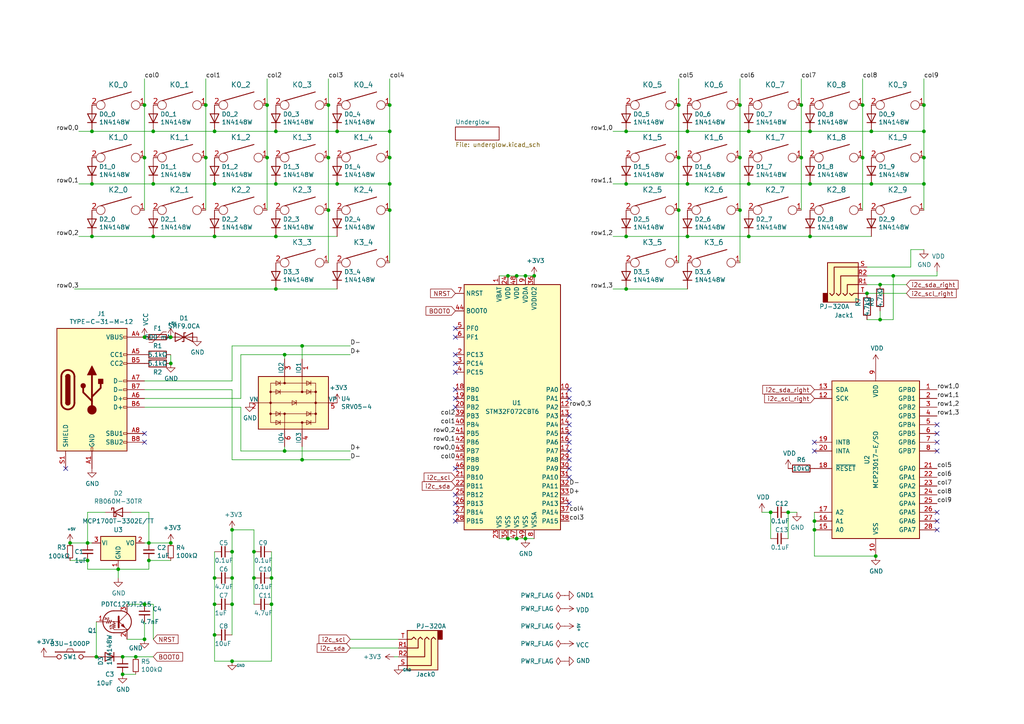
<source format=kicad_sch>
(kicad_sch (version 20230121) (generator eeschema)
  (paper "A4")
  (junction (at 152.4 80.01))
  (junction (at 80.01 83.82))
  (junction (at 41.91 97.79))
  (junction (at 214.63 60.96))
  (junction (at 255.27 82.55))
  (junction (at 232.41 45.72))
  (junction (at 80.01 53.34))
  (junction (at 41.91 185.42))
  (junction (at 147.32 80.01))
  (junction (at 43.18 157.48))
  (junction (at 67.31 153.67))
  (junction (at 27.94 190.5))
  (junction (at 26.67 38.1))
  (junction (at 97.79 38.1))
  (junction (at 73.66 167.64))
  (junction (at 49.53 157.48))
  (junction (at 181.61 53.34))
  (junction (at 87.63 100.33))
  (junction (at 232.41 30.48))
  (junction (at 26.67 68.58))
  (junction (at 20.32 157.48))
  (junction (at 113.03 60.96))
  (junction (at 62.23 68.58))
  (junction (at 234.95 38.1))
  (junction (at 113.03 53.34))
  (junction (at 154.94 80.01))
  (junction (at 62.23 53.34))
  (junction (at 196.85 45.72))
  (junction (at 252.73 53.34))
  (junction (at 73.66 160.02))
  (junction (at 67.31 191.77))
  (junction (at 59.69 45.72))
  (junction (at 149.86 80.01))
  (junction (at 95.25 45.72))
  (junction (at 80.01 68.58))
  (junction (at 259.08 80.01))
  (junction (at 78.74 175.26))
  (junction (at 234.95 53.34))
  (junction (at 214.63 30.48))
  (junction (at 39.37 190.5))
  (junction (at 214.63 45.72))
  (junction (at 78.74 167.64))
  (junction (at 217.17 38.1))
  (junction (at 77.47 30.48))
  (junction (at 250.19 45.72))
  (junction (at 267.97 53.34))
  (junction (at 25.4 162.56))
  (junction (at 43.18 162.56))
  (junction (at 267.97 30.48))
  (junction (at 35.56 195.58))
  (junction (at 199.39 68.58))
  (junction (at 97.79 53.34))
  (junction (at 44.45 68.58))
  (junction (at 254 161.29))
  (junction (at 77.47 45.72))
  (junction (at 26.67 53.34))
  (junction (at 82.55 130.81))
  (junction (at 95.25 60.96))
  (junction (at 113.03 45.72))
  (junction (at 236.22 153.67))
  (junction (at 67.31 175.26))
  (junction (at 35.56 190.5))
  (junction (at 199.39 53.34))
  (junction (at 223.52 148.59))
  (junction (at 44.45 38.1))
  (junction (at 49.53 105.41))
  (junction (at 113.03 38.1))
  (junction (at 59.69 30.48))
  (junction (at 87.63 133.35))
  (junction (at 147.32 156.21))
  (junction (at 113.03 30.48))
  (junction (at 41.91 30.48))
  (junction (at 44.45 53.34))
  (junction (at 251.46 85.09))
  (junction (at 62.23 175.26))
  (junction (at 196.85 60.96))
  (junction (at 34.29 165.1))
  (junction (at 267.97 38.1))
  (junction (at 255.27 92.71))
  (junction (at 49.53 97.79))
  (junction (at 152.4 156.21))
  (junction (at 252.73 38.1))
  (junction (at 250.19 30.48))
  (junction (at 25.4 157.48))
  (junction (at 196.85 30.48))
  (junction (at 67.31 167.64))
  (junction (at 95.25 30.48))
  (junction (at 181.61 83.82))
  (junction (at 217.17 68.58))
  (junction (at 80.01 38.1))
  (junction (at 228.6 148.59))
  (junction (at 62.23 38.1))
  (junction (at 267.97 45.72))
  (junction (at 236.22 151.13))
  (junction (at 199.39 38.1))
  (junction (at 181.61 38.1))
  (junction (at 149.86 156.21))
  (junction (at 41.91 45.72))
  (junction (at 62.23 167.64))
  (junction (at 67.31 160.02))
  (junction (at 181.61 68.58))
  (junction (at 217.17 53.34))
  (junction (at 62.23 184.15))
  (junction (at 234.95 68.58))
  (junction (at 41.91 175.26))
  (junction (at 82.55 102.87))
  (no_connect (at 271.78 148.59))
  (no_connect (at 19.05 135.89))
  (no_connect (at 271.78 130.81))
  (no_connect (at 165.1 115.57))
  (no_connect (at 165.1 128.27))
  (no_connect (at 271.78 123.19))
  (no_connect (at 271.78 151.13))
  (no_connect (at 132.08 143.51))
  (no_connect (at 165.1 146.05))
  (no_connect (at 165.1 130.81))
  (no_connect (at 132.08 151.13))
  (no_connect (at 165.1 123.19))
  (no_connect (at 132.08 118.11))
  (no_connect (at 41.91 128.27))
  (no_connect (at 41.91 125.73))
  (no_connect (at 165.1 135.89))
  (no_connect (at 132.08 105.41))
  (no_connect (at 165.1 138.43))
  (no_connect (at 271.78 128.27))
  (no_connect (at 132.08 107.95))
  (no_connect (at 132.08 115.57))
  (no_connect (at 165.1 125.73))
  (no_connect (at 271.78 125.73))
  (no_connect (at 132.08 135.89))
  (no_connect (at 132.08 148.59))
  (no_connect (at 132.08 102.87))
  (no_connect (at 165.1 133.35))
  (no_connect (at 236.22 128.27))
  (no_connect (at 388.62 93.98))
  (no_connect (at 165.1 120.65))
  (no_connect (at 132.08 95.25))
  (no_connect (at 132.08 97.79))
  (no_connect (at 236.22 130.81))
  (no_connect (at 132.08 146.05))
  (no_connect (at 165.1 113.03))
  (no_connect (at 271.78 153.67))
  (no_connect (at 132.08 113.03))
  (wire (pts (xy 267.97 38.1) (xy 267.97 45.72)))
  (wire (pts (xy 147.32 156.21) (xy 149.86 156.21)))
  (wire (pts (xy 82.55 102.87) (xy 101.6 102.87)))
  (wire (pts (xy 39.37 190.5) (xy 35.56 190.5)))
  (wire (pts (xy 62.23 191.77) (xy 67.31 191.77)))
  (wire (pts (xy 223.52 156.21) (xy 223.52 148.59)))
  (wire (pts (xy 97.79 38.1) (xy 80.01 38.1)))
  (wire (pts (xy 228.6 156.21) (xy 228.6 148.59)))
  (wire (pts (xy 251.46 82.55) (xy 255.27 82.55)))
  (wire (pts (xy 144.78 156.21) (xy 147.32 156.21)))
  (wire (pts (xy 251.46 85.09) (xy 262.89 85.09)))
  (wire (pts (xy 177.8 53.34) (xy 181.61 53.34)))
  (wire (pts (xy 264.16 72.39) (xy 267.97 72.39)))
  (wire (pts (xy 25.4 165.1) (xy 34.29 165.1)))
  (wire (pts (xy 44.45 53.34) (xy 62.23 53.34)))
  (wire (pts (xy 147.32 80.01) (xy 149.86 80.01)))
  (wire (pts (xy 196.85 30.48) (xy 196.85 45.72)))
  (wire (pts (xy 20.32 162.56) (xy 25.4 162.56)))
  (wire (pts (xy 255.27 92.71) (xy 251.46 92.71)))
  (wire (pts (xy 44.45 175.26) (xy 41.91 175.26)))
  (wire (pts (xy 231.14 148.59) (xy 228.6 148.59)))
  (wire (pts (xy 177.8 38.1) (xy 181.61 38.1)))
  (wire (pts (xy 267.97 30.48) (xy 267.97 38.1)))
  (wire (pts (xy 236.22 148.59) (xy 236.22 151.13)))
  (wire (pts (xy 250.19 30.48) (xy 250.19 45.72)))
  (wire (pts (xy 113.03 76.2) (xy 113.03 60.96)))
  (wire (pts (xy 25.4 148.59) (xy 30.48 148.59)))
  (wire (pts (xy 44.45 190.5) (xy 39.37 190.5)))
  (wire (pts (xy 113.03 53.34) (xy 113.03 60.96)))
  (wire (pts (xy 87.63 100.33) (xy 87.63 104.14)))
  (wire (pts (xy 196.85 45.72) (xy 196.85 60.96)))
  (wire (pts (xy 67.31 167.64) (xy 67.31 175.26)))
  (wire (pts (xy 41.91 185.42) (xy 41.91 180.34)))
  (wire (pts (xy 113.03 53.34) (xy 97.79 53.34)))
  (wire (pts (xy 36.83 185.42) (xy 41.91 185.42)))
  (wire (pts (xy 255.27 90.17) (xy 255.27 92.71)))
  (wire (pts (xy 62.23 160.02) (xy 62.23 167.64)))
  (wire (pts (xy 59.69 30.48) (xy 59.69 45.72)))
  (wire (pts (xy 250.19 22.86) (xy 250.19 30.48)))
  (wire (pts (xy 27.94 180.34) (xy 27.94 190.5)))
  (wire (pts (xy 44.45 185.42) (xy 44.45 175.26)))
  (wire (pts (xy 259.08 80.01) (xy 271.78 80.01)))
  (wire (pts (xy 69.85 102.87) (xy 82.55 102.87)))
  (wire (pts (xy 232.41 22.86) (xy 232.41 30.48)))
  (wire (pts (xy 67.31 191.77) (xy 78.74 191.77)))
  (wire (pts (xy 67.31 110.49) (xy 67.31 100.33)))
  (wire (pts (xy 80.01 53.34) (xy 62.23 53.34)))
  (wire (pts (xy 34.29 165.1) (xy 34.29 167.64)))
  (wire (pts (xy 59.69 22.86) (xy 59.69 30.48)))
  (wire (pts (xy 267.97 45.72) (xy 267.97 53.34)))
  (wire (pts (xy 113.03 45.72) (xy 113.03 53.34)))
  (wire (pts (xy 95.25 76.2) (xy 95.25 60.96)))
  (wire (pts (xy 199.39 53.34) (xy 217.17 53.34)))
  (wire (pts (xy 25.4 157.48) (xy 20.32 157.48)))
  (wire (pts (xy 95.25 30.48) (xy 95.25 45.72)))
  (wire (pts (xy 80.01 83.82) (xy 97.79 83.82)))
  (wire (pts (xy 199.39 68.58) (xy 217.17 68.58)))
  (wire (pts (xy 234.95 53.34) (xy 217.17 53.34)))
  (wire (pts (xy 87.63 133.35) (xy 87.63 129.54)))
  (wire (pts (xy 181.61 53.34) (xy 199.39 53.34)))
  (wire (pts (xy 252.73 38.1) (xy 234.95 38.1)))
  (wire (pts (xy 25.4 162.56) (xy 25.4 165.1)))
  (wire (pts (xy 21.59 83.82) (xy 80.01 83.82)))
  (wire (pts (xy 67.31 153.67) (xy 73.66 153.67)))
  (wire (pts (xy 67.31 113.03) (xy 67.31 133.35)))
  (wire (pts (xy 43.18 148.59) (xy 38.1 148.59)))
  (wire (pts (xy 80.01 68.58) (xy 62.23 68.58)))
  (wire (pts (xy 41.91 113.03) (xy 67.31 113.03)))
  (wire (pts (xy 41.91 110.49) (xy 67.31 110.49)))
  (wire (pts (xy 43.18 165.1) (xy 43.18 162.56)))
  (wire (pts (xy 199.39 38.1) (xy 217.17 38.1)))
  (wire (pts (xy 236.22 151.13) (xy 236.22 153.67)))
  (wire (pts (xy 73.66 160.02) (xy 73.66 167.64)))
  (wire (pts (xy 80.01 38.1) (xy 62.23 38.1)))
  (wire (pts (xy 181.61 83.82) (xy 199.39 83.82)))
  (wire (pts (xy 152.4 80.01) (xy 154.94 80.01)))
  (wire (pts (xy 69.85 118.11) (xy 69.85 130.81)))
  (wire (pts (xy 267.97 53.34) (xy 267.97 60.96)))
  (wire (pts (xy 255.27 92.71) (xy 259.08 92.71)))
  (wire (pts (xy 62.23 167.64) (xy 62.23 175.26)))
  (wire (pts (xy 214.63 45.72) (xy 214.63 60.96)))
  (wire (pts (xy 181.61 68.58) (xy 199.39 68.58)))
  (wire (pts (xy 181.61 38.1) (xy 199.39 38.1)))
  (wire (pts (xy 67.31 175.26) (xy 67.31 184.15)))
  (wire (pts (xy 113.03 22.86) (xy 113.03 30.48)))
  (wire (pts (xy 113.03 30.48) (xy 113.03 38.1)))
  (wire (pts (xy 214.63 30.48) (xy 214.63 45.72)))
  (wire (pts (xy 62.23 175.26) (xy 62.23 184.15)))
  (wire (pts (xy 220.98 148.59) (xy 223.52 148.59)))
  (wire (pts (xy 69.85 130.81) (xy 82.55 130.81)))
  (wire (pts (xy 177.8 68.58) (xy 181.61 68.58)))
  (wire (pts (xy 234.95 38.1) (xy 217.17 38.1)))
  (wire (pts (xy 44.45 68.58) (xy 62.23 68.58)))
  (wire (pts (xy 36.83 175.26) (xy 41.91 175.26)))
  (wire (pts (xy 232.41 45.72) (xy 232.41 60.96)))
  (wire (pts (xy 267.97 53.34) (xy 252.73 53.34)))
  (wire (pts (xy 97.79 68.58) (xy 80.01 68.58)))
  (wire (pts (xy 214.63 22.86) (xy 214.63 30.48)))
  (wire (pts (xy 77.47 22.86) (xy 77.47 30.48)))
  (wire (pts (xy 77.47 45.72) (xy 77.47 60.96)))
  (wire (pts (xy 78.74 191.77) (xy 78.74 175.26)))
  (wire (pts (xy 26.67 53.34) (xy 44.45 53.34)))
  (wire (pts (xy 196.85 76.2) (xy 196.85 60.96)))
  (wire (pts (xy 69.85 115.57) (xy 69.85 102.87)))
  (wire (pts (xy 67.31 160.02) (xy 67.31 153.67)))
  (wire (pts (xy 41.91 115.57) (xy 69.85 115.57)))
  (wire (pts (xy 97.79 38.1) (xy 113.03 38.1)))
  (wire (pts (xy 25.4 157.48) (xy 25.4 148.59)))
  (wire (pts (xy 49.53 102.87) (xy 49.53 105.41)))
  (wire (pts (xy 22.86 68.58) (xy 26.67 68.58)))
  (wire (pts (xy 67.31 100.33) (xy 87.63 100.33)))
  (wire (pts (xy 22.86 53.34) (xy 26.67 53.34)))
  (wire (pts (xy 95.25 45.72) (xy 95.25 60.96)))
  (wire (pts (xy 259.08 92.71) (xy 259.08 80.01)))
  (wire (pts (xy 34.29 165.1) (xy 43.18 165.1)))
  (wire (pts (xy 59.69 45.72) (xy 59.69 60.96)))
  (wire (pts (xy 144.78 80.01) (xy 147.32 80.01)))
  (wire (pts (xy 41.91 22.86) (xy 41.91 30.48)))
  (wire (pts (xy 67.31 133.35) (xy 87.63 133.35)))
  (wire (pts (xy 214.63 60.96) (xy 214.63 76.2)))
  (wire (pts (xy 41.91 157.48) (xy 43.18 157.48)))
  (wire (pts (xy 82.55 102.87) (xy 82.55 104.14)))
  (wire (pts (xy 152.4 156.21) (xy 154.94 156.21)))
  (wire (pts (xy 43.18 162.56) (xy 49.53 162.56)))
  (wire (pts (xy 26.67 157.48) (xy 25.4 157.48)))
  (wire (pts (xy 22.86 38.1) (xy 26.67 38.1)))
  (wire (pts (xy 236.22 161.29) (xy 254 161.29)))
  (wire (pts (xy 232.41 30.48) (xy 232.41 45.72)))
  (wire (pts (xy 87.63 133.35) (xy 101.6 133.35)))
  (wire (pts (xy 101.6 187.96) (xy 115.57 187.96)))
  (wire (pts (xy 149.86 156.21) (xy 152.4 156.21)))
  (wire (pts (xy 251.46 77.47) (xy 264.16 77.47)))
  (wire (pts (xy 177.8 83.82) (xy 181.61 83.82)))
  (wire (pts (xy 77.47 30.48) (xy 77.47 45.72)))
  (wire (pts (xy 217.17 68.58) (xy 234.95 68.58)))
  (wire (pts (xy 62.23 184.15) (xy 62.23 191.77)))
  (wire (pts (xy 267.97 22.86) (xy 267.97 30.48)))
  (wire (pts (xy 264.16 77.47) (xy 264.16 72.39)))
  (wire (pts (xy 196.85 22.86) (xy 196.85 30.48)))
  (wire (pts (xy 78.74 175.26) (xy 78.74 167.64)))
  (wire (pts (xy 73.66 167.64) (xy 73.66 175.26)))
  (wire (pts (xy 82.55 130.81) (xy 101.6 130.81)))
  (wire (pts (xy 87.63 100.33) (xy 101.6 100.33)))
  (wire (pts (xy 252.73 38.1) (xy 267.97 38.1)))
  (wire (pts (xy 252.73 53.34) (xy 234.95 53.34)))
  (wire (pts (xy 271.78 80.01) (xy 271.78 78.74)))
  (wire (pts (xy 236.22 153.67) (xy 236.22 161.29)))
  (wire (pts (xy 250.19 45.72) (xy 250.19 60.96)))
  (wire (pts (xy 41.91 45.72) (xy 41.91 60.96)))
  (wire (pts (xy 97.79 53.34) (xy 80.01 53.34)))
  (wire (pts (xy 26.67 38.1) (xy 44.45 38.1)))
  (wire (pts (xy 82.55 130.81) (xy 82.55 129.54)))
  (wire (pts (xy 149.86 80.01) (xy 152.4 80.01)))
  (wire (pts (xy 113.03 38.1) (xy 113.03 45.72)))
  (wire (pts (xy 95.25 22.86) (xy 95.25 30.48)))
  (wire (pts (xy 115.57 190.5) (xy 114.3 190.5)))
  (wire (pts (xy 43.18 157.48) (xy 49.53 157.48)))
  (wire (pts (xy 44.45 38.1) (xy 62.23 38.1)))
  (wire (pts (xy 252.73 68.58) (xy 234.95 68.58)))
  (wire (pts (xy 78.74 167.64) (xy 78.74 160.02)))
  (wire (pts (xy 101.6 185.42) (xy 115.57 185.42)))
  (wire (pts (xy 41.91 118.11) (xy 69.85 118.11)))
  (wire (pts (xy 73.66 153.67) (xy 73.66 160.02)))
  (wire (pts (xy 251.46 80.01) (xy 259.08 80.01)))
  (wire (pts (xy 43.18 157.48) (xy 43.18 148.59)))
  (wire (pts (xy 67.31 160.02) (xy 67.31 167.64)))
  (wire (pts (xy 26.67 68.58) (xy 44.45 68.58)))
  (wire (pts (xy 255.27 82.55) (xy 262.89 82.55)))
  (wire (pts (xy 41.91 30.48) (xy 41.91 45.72)))
  (wire (pts (xy 35.56 195.58) (xy 39.37 195.58)))
  (label "D+" (at 101.6 102.87 0))
  (label "col0" (at 41.91 22.86 0))
  (label "col4" (at 165.1 148.59 0))
  (label "D+" (at 101.6 130.81 0))
  (label "col5" (at 271.78 135.89 0))
  (label "row1,1" (at 177.8 53.34 180))
  (label "col1" (at 59.69 22.86 0))
  (label "col7" (at 232.41 22.86 0))
  (label "row0,3" (at 22.86 83.82 180))
  (label "D+" (at 165.1 143.51 0))
  (label "row1,2" (at 177.8 68.58 180))
  (label "row0,3" (at 165.1 118.11 0))
  (label "D-" (at 165.1 140.97 0))
  (label "col1" (at 132.08 123.19 180))
  (label "col2" (at 77.47 22.86 0))
  (label "row1,1" (at 271.78 115.57 0))
  (label "row0,1" (at 132.08 128.27 180))
  (label "col9" (at 267.97 22.86 0))
  (label "col5" (at 196.85 22.86 0))
  (label "col6" (at 271.78 138.43 0))
  (label "col6" (at 214.63 22.86 0))
  (label "row1,3" (at 177.8 83.82 180))
  (label "row0,0" (at 22.86 38.1 180))
  (label "D-" (at 101.6 133.35 0))
  (label "row1,2" (at 271.78 118.11 0))
  (label "col3" (at 165.1 151.13 0))
  (label "row1,0" (at 271.78 113.03 0))
  (label "row0,2" (at 132.08 125.73 180))
  (label "col2" (at 132.08 120.65 180))
  (label "col8" (at 250.19 22.86 0))
  (label "row0,2" (at 22.86 68.58 180))
  (label "D-" (at 101.6 100.33 0))
  (label "col7" (at 271.78 140.97 0))
  (label "col4" (at 113.03 22.86 0))
  (label "row1,3" (at 271.78 120.65 0))
  (label "col0" (at 132.08 133.35 180))
  (label "col8" (at 271.78 143.51 0))
  (label "row1,0" (at 177.8 38.1 180))
  (label "row0,0" (at 132.08 130.81 180))
  (label "row0,1" (at 22.86 53.34 180))
  (label "col3" (at 95.25 22.86 0))
  (label "col9" (at 271.78 146.05 0))
  (global_label "i2c_sda" (shape input) (at 101.6 187.96 180) (property "Intersheetrefs" "${INTERSHEET_REFS}" (effects hide)))
  (global_label "i2c_scl_right" (shape input) (at 262.89 85.09 0) (property "Intersheetrefs" "${INTERSHEET_REFS}" (effects hide)))
  (global_label "i2c_scl_right" (shape input) (at 236.22 115.57 180) (property "Intersheetrefs" "${INTERSHEET_REFS}" (effects hide)))
  (global_label "NRST" (shape input) (at 132.08 85.09 180) (property "Intersheetrefs" "${INTERSHEET_REFS}" (effects hide)))
  (global_label "i2c_sda_right" (shape input) (at 236.22 113.03 180) (property "Intersheetrefs" "${INTERSHEET_REFS}" (effects hide)))
  (global_label "i2c_scl" (shape input) (at 101.6 185.42 180) (property "Intersheetrefs" "${INTERSHEET_REFS}" (effects hide)))
  (global_label "BOOT0" (shape input) (at 132.08 90.17 180) (property "Intersheetrefs" "${INTERSHEET_REFS}" (effects hide)))
  (global_label "i2c_scl" (shape input) (at 132.08 138.43 180) (property "Intersheetrefs" "${INTERSHEET_REFS}" (effects hide)))
  (global_label "BOOT0" (shape input) (at 44.45 190.5 0) (property "Intersheetrefs" "${INTERSHEET_REFS}" (effects hide)))
  (global_label "NRST" (shape input) (at 44.45 185.42 0) (property "Intersheetrefs" "${INTERSHEET_REFS}" (effects hide)))
  (global_label "i2c_sda" (shape input) (at 132.08 140.97 180) (property "Intersheetrefs" "${INTERSHEET_REFS}" (effects hide)))
  (global_label "i2c_sda_right" (shape input) (at 262.89 82.55 0) (property "Intersheetrefs" "${INTERSHEET_REFS}" (effects hide)))
  (symbol (lib_id "Interface_Expansion:MCP23017_SO") (at 254 133.35 0) (unit 1)
    (property "Reference" "U2" (at 251.46 133.35 90))
    (property "Value" "MCP23017-E/SO" (at 254 133.35 90))
    (property "Footprint" "Package_SO:SOIC-28W_7.5x17.9mm_P1.27mm" (effects hide))
    (property "Datasheet" "http://ww1.microchip.com/downloads/en/DeviceDoc/20001952C.pdf" (effects hide))
    (property "LCSC Part" "C47023" (effects hide))
    (property "Part Name" "I/O Expander" (effects hide))
  )
  (symbol (lib_id "Device:R") (at 45.72 102.87 270) (unit 1)
    (property "Reference" "R1" (at 45.72 100.33 90))
    (property "Value" "5.1kΩ" (at 45.72 102.87 90))
    (property "Footprint" "Resistor_SMD:R_0805_2012Metric_Pad1.15x1.40mm_HandSolder" (effects hide))
    (property "LCSC Part" "C27834" (effects hide))
    (property "Part Name" "Resistor" (effects hide))
  )
  (symbol (lib_id "Device:R") (at 45.72 105.41 270) (unit 1)
    (property "Reference" "R2" (at 45.72 107.95 90))
    (property "Value" "5.1kΩ" (at 45.72 105.41 90))
    (property "Footprint" "Resistor_SMD:R_0805_2012Metric_Pad1.15x1.40mm_HandSolder" (effects hide))
    (property "LCSC Part" "C27834" (effects hide))
    (property "Part Name" "Resistor" (effects hide))
  )
  (symbol (lib_id "Device:C_Small") (at 226.06 148.59 270) (unit 1)
    (property "Reference" "C12" (at 224.79 146.05 90) (effects (justify left)))
    (property "Value" "0.1uF" (at 223.52 151.13 90) (effects (justify left)))
    (property "Footprint" "Capacitor_SMD:C_0805_2012Metric_Pad1.15x1.40mm_HandSolder" (effects hide))
    (property "LCSC Part" "C49678" (effects hide))
    (property "Part Name" "Capacitor" (effects hide))
  )
  (symbol (lib_id "keyboard_parts:KEYSW") (at 34.29 30.48 0) (unit 1)
    (property "Reference" "K0_0" (at 34.29 24.5618 0) (effects (font (size 1.524 1.524))))
    (property "Value" "KEYSW" (effects hide))
    (property "Footprint" "switches:Choc_PG1350_Choc_Spacing" (effects hide))
    (property "DNP" "true" (effects hide))
    (property "JLCPCB BOM" "false" (effects hide))
    (property "Part Name" "Key" (effects hide))
  )
  (symbol (lib_id "Device:D") (at 26.67 34.29 90) (unit 1)
    (property "Reference" "D0_0" (at 28.702 33.1216 90) (effects (justify right)))
    (property "Value" "1N4148W" (at 28.702 35.433 90) (effects (justify right)))
    (property "Footprint" "Diode_SMD:D_SOD-123" (effects hide))
    (property "LCSC Part" "C81598" (effects hide))
    (property "Part Name" "Diode" (effects hide))
  )
  (symbol (lib_id "keyboard_parts:KEYSW") (at 34.29 45.72 0) (unit 1)
    (property "Reference" "K1_0" (at 34.29 39.8018 0) (effects (font (size 1.524 1.524))))
    (property "Value" "KEYSW" (effects hide))
    (property "Footprint" "switches:Choc_PG1350_Choc_Spacing" (effects hide))
    (property "DNP" "true" (effects hide))
    (property "JLCPCB BOM" "false" (effects hide))
    (property "Part Name" "Key" (effects hide))
  )
  (symbol (lib_id "Device:D") (at 26.67 49.53 90) (unit 1)
    (property "Reference" "D1_0" (at 28.702 48.3616 90) (effects (justify right)))
    (property "Value" "1N4148W" (at 28.702 50.673 90) (effects (justify right)))
    (property "Footprint" "Diode_SMD:D_SOD-123" (effects hide))
    (property "LCSC Part" "C81598" (effects hide))
    (property "Part Name" "Diode" (effects hide))
  )
  (symbol (lib_id "Device:D") (at 44.45 34.29 90) (unit 1)
    (property "Reference" "D0_1" (at 46.482 33.1216 90) (effects (justify right)))
    (property "Value" "1N4148W" (at 46.482 35.433 90) (effects (justify right)))
    (property "Footprint" "Diode_SMD:D_SOD-123" (effects hide))
    (property "LCSC Part" "C81598" (effects hide))
    (property "Part Name" "Diode" (effects hide))
  )
  (symbol (lib_id "Device:D") (at 44.45 49.53 90) (unit 1)
    (property "Reference" "D1_1" (at 46.482 48.3616 90) (effects (justify right)))
    (property "Value" "1N4148W" (at 46.482 50.673 90) (effects (justify right)))
    (property "Footprint" "Diode_SMD:D_SOD-123" (effects hide))
    (property "LCSC Part" "C81598" (effects hide))
    (property "Part Name" "Diode" (effects hide))
  )
  (symbol (lib_id "keyboard_parts:KEYSW") (at 52.07 45.72 0) (unit 1)
    (property "Reference" "K1_1" (at 52.07 39.8018 0) (effects (font (size 1.524 1.524))))
    (property "Value" "KEYSW" (effects hide))
    (property "Footprint" "switches:Choc_PG1350_Choc_Spacing" (effects hide))
    (property "DNP" "true" (effects hide))
    (property "JLCPCB BOM" "false" (effects hide))
    (property "Part Name" "Key" (effects hide))
  )
  (symbol (lib_id "keyboard_parts:KEYSW") (at 69.85 30.48 0) (unit 1)
    (property "Reference" "K0_2" (at 69.85 24.5618 0) (effects (font (size 1.524 1.524))))
    (property "Value" "KEYSW" (effects hide))
    (property "Footprint" "switches:Choc_PG1350_Choc_Spacing" (effects hide))
    (property "DNP" "true" (effects hide))
    (property "JLCPCB BOM" "false" (effects hide))
    (property "Part Name" "Key" (effects hide))
  )
  (symbol (lib_id "Device:D") (at 62.23 34.29 90) (unit 1)
    (property "Reference" "D0_2" (at 64.262 33.1216 90) (effects (justify right)))
    (property "Value" "1N4148W" (at 64.262 35.433 90) (effects (justify right)))
    (property "Footprint" "Diode_SMD:D_SOD-123" (effects hide))
    (property "LCSC Part" "C81598" (effects hide))
    (property "Part Name" "Diode" (effects hide))
  )
  (symbol (lib_id "keyboard_parts:KEYSW") (at 52.07 30.48 0) (unit 1)
    (property "Reference" "K0_1" (at 52.07 24.5618 0) (effects (font (size 1.524 1.524))))
    (property "Value" "KEYSW" (effects hide))
    (property "Footprint" "switches:Choc_PG1350_Choc_Spacing" (effects hide))
    (property "DNP" "true" (effects hide))
    (property "JLCPCB BOM" "false" (effects hide))
    (property "Part Name" "Key" (effects hide))
  )
  (symbol (lib_id "keyboard_parts:KEYSW") (at 69.85 45.72 0) (unit 1)
    (property "Reference" "K1_2" (at 69.85 39.8018 0) (effects (font (size 1.524 1.524))))
    (property "Value" "KEYSW" (effects hide))
    (property "Footprint" "switches:Choc_PG1350_Choc_Spacing" (effects hide))
    (property "DNP" "true" (effects hide))
    (property "JLCPCB BOM" "false" (effects hide))
    (property "Part Name" "Key" (effects hide))
  )
  (symbol (lib_id "Device:D") (at 62.23 49.53 90) (unit 1)
    (property "Reference" "D1_2" (at 64.262 48.3616 90) (effects (justify right)))
    (property "Value" "1N4148W" (at 64.262 50.673 90) (effects (justify right)))
    (property "Footprint" "Diode_SMD:D_SOD-123" (effects hide))
    (property "LCSC Part" "C81598" (effects hide))
    (property "Part Name" "Diode" (effects hide))
  )
  (symbol (lib_id "keyboard_parts:KEYSW") (at 34.29 60.96 0) (unit 1)
    (property "Reference" "K2_0" (at 34.29 55.0418 0) (effects (font (size 1.524 1.524))))
    (property "Value" "KEYSW" (effects hide))
    (property "Footprint" "switches:Choc_PG1350_Choc_Spacing" (effects hide))
    (property "DNP" "true" (effects hide))
    (property "JLCPCB BOM" "false" (effects hide))
    (property "Part Name" "Key" (effects hide))
  )
  (symbol (lib_id "Device:D") (at 26.67 64.77 90) (unit 1)
    (property "Reference" "D2_0" (at 28.702 63.6016 90) (effects (justify right)))
    (property "Value" "1N4148W" (at 28.702 65.913 90) (effects (justify right)))
    (property "Footprint" "Diode_SMD:D_SOD-123" (effects hide))
    (property "LCSC Part" "C81598" (effects hide))
    (property "Part Name" "Diode" (effects hide))
  )
  (symbol (lib_id "keyboard_parts:KEYSW") (at 52.07 60.96 0) (unit 1)
    (property "Reference" "K2_1" (at 52.07 55.0418 0) (effects (font (size 1.524 1.524))))
    (property "Value" "KEYSW" (effects hide))
    (property "Footprint" "switches:Choc_PG1350_Choc_Spacing" (effects hide))
    (property "DNP" "true" (effects hide))
    (property "JLCPCB BOM" "false" (effects hide))
    (property "Part Name" "Key" (effects hide))
  )
  (symbol (lib_id "keyboard_parts:KEYSW") (at 69.85 60.96 0) (unit 1)
    (property "Reference" "K2_2" (at 69.85 55.0418 0) (effects (font (size 1.524 1.524))))
    (property "Value" "KEYSW" (effects hide))
    (property "Footprint" "switches:Choc_PG1350_Choc_Spacing" (effects hide))
    (property "DNP" "true" (effects hide))
    (property "JLCPCB BOM" "false" (effects hide))
    (property "Part Name" "Key" (effects hide))
  )
  (symbol (lib_id "Device:D") (at 44.45 64.77 90) (unit 1)
    (property "Reference" "D2_1" (at 46.482 63.6016 90) (effects (justify right)))
    (property "Value" "1N4148W" (at 46.482 65.913 90) (effects (justify right)))
    (property "Footprint" "Diode_SMD:D_SOD-123" (effects hide))
    (property "LCSC Part" "C81598" (effects hide))
    (property "Part Name" "Diode" (effects hide))
  )
  (symbol (lib_id "Device:D") (at 62.23 64.77 90) (unit 1)
    (property "Reference" "D2_2" (at 64.262 63.6016 90) (effects (justify right)))
    (property "Value" "1N4148W" (at 64.262 65.913 90) (effects (justify right)))
    (property "Footprint" "Diode_SMD:D_SOD-123" (effects hide))
    (property "LCSC Part" "C81598" (effects hide))
    (property "Part Name" "Diode" (effects hide))
  )
  (symbol (lib_id "keyboard_parts:KEYSW") (at 87.63 30.48 0) (unit 1)
    (property "Reference" "K0_3" (at 87.63 24.5618 0) (effects (font (size 1.524 1.524))))
    (property "Value" "KEYSW" (effects hide))
    (property "Footprint" "switches:Choc_PG1350_Choc_Spacing" (effects hide))
    (property "DNP" "true" (effects hide))
    (property "JLCPCB BOM" "false" (effects hide))
    (property "Part Name" "Key" (effects hide))
  )
  (symbol (lib_id "keyboard_parts:KEYSW") (at 87.63 45.72 0) (unit 1)
    (property "Reference" "K1_3" (at 87.63 39.8018 0) (effects (font (size 1.524 1.524))))
    (property "Value" "KEYSW" (effects hide))
    (property "Footprint" "switches:Choc_PG1350_Choc_Spacing" (effects hide))
    (property "DNP" "true" (effects hide))
    (property "JLCPCB BOM" "false" (effects hide))
    (property "Part Name" "Key" (effects hide))
  )
  (symbol (lib_id "keyboard_parts:KEYSW") (at 87.63 60.96 0) (unit 1)
    (property "Reference" "K2_3" (at 87.63 55.0418 0) (effects (font (size 1.524 1.524))))
    (property "Value" "KEYSW" (effects hide))
    (property "Footprint" "switches:Choc_PG1350_Choc_Spacing" (effects hide))
    (property "DNP" "true" (effects hide))
    (property "JLCPCB BOM" "false" (effects hide))
    (property "Part Name" "Key" (effects hide))
  )
  (symbol (lib_id "Device:D") (at 80.01 34.29 90) (unit 1)
    (property "Reference" "D0_3" (at 82.042 33.1216 90) (effects (justify right)))
    (property "Value" "1N4148W" (at 82.042 35.433 90) (effects (justify right)))
    (property "Footprint" "Diode_SMD:D_SOD-123" (effects hide))
    (property "LCSC Part" "C81598" (effects hide))
    (property "Part Name" "Diode" (effects hide))
  )
  (symbol (lib_id "Device:D") (at 80.01 49.53 90) (unit 1)
    (property "Reference" "D1_3" (at 82.042 48.3616 90) (effects (justify right)))
    (property "Value" "1N4148W" (at 82.042 50.673 90) (effects (justify right)))
    (property "Footprint" "Diode_SMD:D_SOD-123" (effects hide))
    (property "LCSC Part" "C81598" (effects hide))
    (property "Part Name" "Diode" (effects hide))
  )
  (symbol (lib_id "Device:D") (at 80.01 64.77 90) (unit 1)
    (property "Reference" "D2_3" (at 82.042 63.6016 90) (effects (justify right)))
    (property "Value" "1N4148W" (at 82.042 65.913 90) (effects (justify right)))
    (property "Footprint" "Diode_SMD:D_SOD-123" (effects hide))
    (property "LCSC Part" "C81598" (effects hide))
    (property "Part Name" "Diode" (effects hide))
  )
  (symbol (lib_id "keyboard_parts:KEYSW") (at 105.41 30.48 0) (unit 1)
    (property "Reference" "K0_4" (at 105.41 24.5618 0) (effects (font (size 1.524 1.524))))
    (property "Value" "KEYSW" (effects hide))
    (property "Footprint" "switches:Choc_PG1350_Choc_Spacing" (effects hide))
    (property "DNP" "true" (effects hide))
    (property "JLCPCB BOM" "false" (effects hide))
    (property "Part Name" "Key" (effects hide))
  )
  (symbol (lib_id "Device:D") (at 97.79 34.29 90) (unit 1)
    (property "Reference" "D0_4" (at 99.822 33.1216 90) (effects (justify right)))
    (property "Value" "1N4148W" (at 99.822 35.433 90) (effects (justify right)))
    (property "Footprint" "Diode_SMD:D_SOD-123" (effects hide))
    (property "LCSC Part" "C81598" (effects hide))
    (property "Part Name" "Diode" (effects hide))
  )
  (symbol (lib_id "keyboard_parts:KEYSW") (at 105.41 45.72 0) (unit 1)
    (property "Reference" "K1_4" (at 105.41 39.8018 0) (effects (font (size 1.524 1.524))))
    (property "Value" "KEYSW" (effects hide))
    (property "Footprint" "switches:Choc_PG1350_Choc_Spacing" (effects hide))
    (property "DNP" "true" (effects hide))
    (property "JLCPCB BOM" "false" (effects hide))
    (property "Part Name" "Key" (effects hide))
  )
  (symbol (lib_id "Device:D") (at 97.79 49.53 90) (unit 1)
    (property "Reference" "D1_4" (at 99.822 48.3616 90) (effects (justify right)))
    (property "Value" "1N4148W" (at 99.822 50.673 90) (effects (justify right)))
    (property "Footprint" "Diode_SMD:D_SOD-123" (effects hide))
    (property "LCSC Part" "C81598" (effects hide))
    (property "Part Name" "Diode" (effects hide))
  )
  (symbol (lib_id "keyboard_parts:KEYSW") (at 105.41 60.96 0) (unit 1)
    (property "Reference" "K2_4" (at 105.41 55.0418 0) (effects (font (size 1.524 1.524))))
    (property "Value" "KEYSW" (effects hide))
    (property "Footprint" "switches:Choc_PG1350_Choc_Spacing" (effects hide))
    (property "DNP" "true" (effects hide))
    (property "JLCPCB BOM" "false" (effects hide))
    (property "Part Name" "Key" (effects hide))
  )
  (symbol (lib_id "Device:D") (at 97.79 64.77 90) (unit 1)
    (property "Reference" "D2_4" (at 99.822 63.6016 90) (effects (justify right)))
    (property "Value" "1N4148W" (at 99.822 65.913 90) (effects (justify right)))
    (property "Footprint" "Diode_SMD:D_SOD-123" (effects hide))
    (property "LCSC Part" "C81598" (effects hide))
    (property "Part Name" "Diode" (effects hide))
  )
  (symbol (lib_id "keyboard_parts:KEYSW") (at 87.63 76.2 0) (unit 1)
    (property "Reference" "K3_3" (at 87.63 70.2818 0) (effects (font (size 1.524 1.524))))
    (property "Value" "KEYSW" (effects hide))
    (property "Footprint" "switches:Choc_PG1350_Choc_Spacing" (effects hide))
    (property "DNP" "true" (effects hide))
    (property "JLCPCB BOM" "false" (effects hide))
    (property "Part Name" "Key" (effects hide))
  )
  (symbol (lib_id "keyboard_parts:KEYSW") (at 105.41 76.2 0) (unit 1)
    (property "Reference" "K3_4" (at 105.41 70.2818 0) (effects (font (size 1.524 1.524))))
    (property "Value" "KEYSW" (effects hide))
    (property "Footprint" "switches:Choc_PG1350_Choc_Spacing" (effects hide))
    (property "DNP" "true" (effects hide))
    (property "JLCPCB BOM" "false" (effects hide))
    (property "Part Name" "Key" (effects hide))
  )
  (symbol (lib_id "Device:D") (at 80.01 80.01 90) (unit 1)
    (property "Reference" "D3_3" (at 82.042 78.8416 90) (effects (justify right)))
    (property "Value" "1N4148W" (at 82.042 81.153 90) (effects (justify right)))
    (property "Footprint" "Diode_SMD:D_SOD-123" (effects hide))
    (property "LCSC Part" "C81598" (effects hide))
    (property "Part Name" "Diode" (effects hide))
  )
  (symbol (lib_id "Device:D") (at 97.79 80.01 90) (unit 1)
    (property "Reference" "D3_4" (at 99.822 78.8416 90) (effects (justify right)))
    (property "Value" "1N4148W" (at 99.822 81.153 90) (effects (justify right)))
    (property "Footprint" "Diode_SMD:D_SOD-123" (effects hide))
    (property "LCSC Part" "C81598" (effects hide))
    (property "Part Name" "Diode" (effects hide))
  )
  (symbol (lib_id "Connector:USB_C_Receptacle_USB2.0") (at 26.67 113.03 0) (unit 1)
    (property "Reference" "J1" (at 29.3878 91.0082 0))
    (property "Value" "TYPE-C-31-M-12" (at 29.3878 93.3196 0))
    (property "Footprint" "Connector_USB:USB_C_Receptacle_HRO_TYPE-C-31-M-12" (effects hide))
    (property "Datasheet" "https://www.usb.org/sites/default/files/documents/usb_type-c.zip" (effects hide))
    (property "LCSC Part" "C165948" (effects hide))
    (property "Part Name" "USB C" (effects hide))
  )
  (symbol (lib_id "Device:Polyfuse") (at 45.72 97.79 270) (unit 1)
    (property "Reference" "F1" (at 45.72 95.25 90))
    (property "Value" "500 mA" (at 45.72 97.79 90))
    (property "Footprint" "Fuse:Fuse_1206_3216Metric" (effects hide))
    (property "LCSC Part" "C151162" (effects hide))
    (property "Part Name" "Polyfuse" (effects hide))
  )
  (symbol (lib_id "power:+5V") (at 49.53 97.79 0) (unit 1)
    (property "Reference" "#PWR0102" (effects hide))
    (property "Value" "+5V" (at 49.911 93.7768 0) (effects (font (size 0.762 0.762))))
  )
  (symbol (lib_id "Connector:AudioJack4") (at 246.38 80.01 0) (unit 1)
    (property "Reference" "Jack1" (at 247.65 91.44 0) (effects (justify right)))
    (property "Value" "PJ-320A" (at 246.38 88.9 0) (effects (justify right)))
    (property "Footprint" "kbd:TRRS-PJ-320A" (effects hide))
    (property "LCSC Part" "C12569" (effects hide))
    (property "Part Name" "TRRS Jack" (effects hide))
  )
  (symbol (lib_id "power:GND") (at 115.57 193.04 0) (unit 1)
    (property "Reference" "#PWR0106" (effects hide))
    (property "Value" "GND" (at 116.84 194.31 0) (effects (font (size 0.762 0.762)) (justify left)))
  )
  (symbol (lib_id "power:VCC") (at 41.91 97.79 0) (unit 1)
    (property "Reference" "#PWR0109" (effects hide))
    (property "Value" "VCC" (at 42.291 94.5642 90) (effects (justify left)))
  )
  (symbol (lib_id "MCU_ST_STM32F0:STM32F072CBUx") (at 149.86 118.11 0) (unit 1)
    (property "Reference" "U1" (at 149.86 116.84 0))
    (property "Value" "STM32F072CBT6" (at 148.59 119.38 0))
    (property "Footprint" "breakout_pins:Dual_MCU_QFP_QFN_48_with_breakout_pins" (effects hide))
    (property "Datasheet" "http://www.st.com/st-web-ui/static/active/en/resource/technical/document/datasheet/DM00090510.pdf" (effects hide))
    (property "LCSC Part" "C81720" (effects hide))
    (property "Part Name" "MCU" (effects hide))
  )
  (symbol (lib_id "Power_Protection:SRV05-4") (at 85.09 116.84 270) (unit 1)
    (property "Reference" "U4" (at 98.9076 115.6716 90) (effects (justify left)))
    (property "Value" "SRV05-4" (at 98.9076 117.983 90) (effects (justify left)))
    (property "Footprint" "Package_TO_SOT_SMD:SOT-23-6" (effects hide))
    (property "Datasheet" "http://www.onsemi.com/pub/Collateral/SRV05-4-D.PDF" (effects hide))
    (property "LCSC Part" "C558418" (effects hide))
    (property "Part Name" "TVS Diode Array" (effects hide))
  )
  (symbol (lib_id "power:GND") (at 254 161.29 0) (unit 1)
    (property "Reference" "#PWR0118" (effects hide))
    (property "Value" "GND" (at 254.127 165.6842 0))
  )
  (symbol (lib_id "power:GND") (at 231.14 148.59 0) (unit 1)
    (property "Reference" "#PWR0120" (effects hide))
    (property "Value" "GND" (at 231.267 152.9842 0))
  )
  (symbol (lib_id "power:+3.3V") (at 154.94 80.01 0) (unit 1)
    (property "Reference" "#PWR0101" (effects hide))
    (property "Value" "+3.3V" (at 155.321 75.6158 0))
  )
  (symbol (lib_id "Device:C_Small") (at 35.56 193.04 0) (unit 1)
    (property "Reference" "C3" (at 30.48 195.58 0) (effects (justify left)))
    (property "Value" "10uF" (at 27.94 198.12 0) (effects (justify left)))
    (property "Footprint" "Capacitor_SMD:C_0805_2012Metric_Pad1.15x1.40mm_HandSolder" (effects hide))
    (property "LCSC Part" "C17024" (effects hide))
    (property "Part Name" "Capacitor" (effects hide))
  )
  (symbol (lib_id "Device:R_Small") (at 39.37 193.04 0) (unit 1)
    (property "Reference" "R5" (at 40.8686 191.8716 0) (effects (justify left)))
    (property "Value" "100kΩ" (at 40.8686 194.183 0) (effects (justify left)))
    (property "Footprint" "Resistor_SMD:R_0805_2012Metric_Pad1.15x1.40mm_HandSolder" (effects hide))
    (property "LCSC Part" "C149504" (effects hide))
    (property "Part Name" "Resistor" (effects hide))
  )
  (symbol (lib_id "Device:D") (at 31.75 190.5 180) (unit 1)
    (property "Reference" "D3" (at 29.21 193.04 90) (effects (justify right)))
    (property "Value" "1N4148W" (at 31.75 193.04 90) (effects (justify right)))
    (property "Footprint" "Diode_SMD:D_SOD-123" (effects hide))
    (property "LCSC Part" "C81598" (effects hide))
    (property "Part Name" "Diode" (effects hide))
  )
  (symbol (lib_id "power:GND") (at 72.39 116.84 0) (unit 1)
    (property "Reference" "#PWR0128" (effects hide))
    (property "Value" "GND" (at 72.517 121.2342 0))
  )
  (symbol (lib_id "power:+3.3V") (at 97.79 116.84 0) (unit 1)
    (property "Reference" "#PWR0129" (effects hide))
    (property "Value" "+3.3V" (at 98.171 112.4458 0))
  )
  (symbol (lib_id "keyboard_parts:SW_PUSH") (at 20.32 190.5 0) (unit 1)
    (property "Reference" "SW1" (at 20.32 190.5 0))
    (property "Value" "B3U-1000P" (at 20.32 186.69 0))
    (property "Footprint" "Button_Switch_SMD:SW_SPST_B3U-1000P" (effects hide))
    (property "LCSC Part" "C231329" (effects hide))
    (property "Part Name" "Reset" (effects hide))
  )
  (symbol (lib_id "power:+3.3V") (at 12.7 190.5 0) (unit 1)
    (property "Reference" "#PWR0104" (effects hide))
    (property "Value" "+3.3V" (at 13.081 186.1058 0))
  )
  (symbol (lib_id "Device:C_Small") (at 41.91 177.8 0) (unit 1)
    (property "Reference" "C4" (at 44.2468 176.6316 0) (effects (justify left)))
    (property "Value" "4.7nF" (at 40.64 180.34 0) (effects (justify left)))
    (property "Footprint" "Capacitor_SMD:C_0805_2012Metric_Pad1.15x1.40mm_HandSolder" (effects hide))
    (property "LCSC Part" "C717014" (effects hide))
    (property "Part Name" "Capacitor" (effects hide))
  )
  (symbol (lib_id "Transistor_BJT:DTC123J") (at 34.29 180.34 0) (unit 1)
    (property "Reference" "Q1" (at 25.4 182.88 0) (effects (justify left)))
    (property "Value" "PDTC123JT,215" (at 29.21 175.26 0) (effects (justify left)))
    (property "Footprint" "Package_TO_SOT_SMD:SOT-23" (effects hide))
    (property "LCSC Part" "C406040" (effects hide))
    (property "Part Name" "NPN Transistor" (effects hide))
  )
  (symbol (lib_id "Device:D_TVS") (at 53.34 97.79 0) (unit 1)
    (property "Reference" "D1" (at 53.34 92.2782 0))
    (property "Value" "SMF9.0CA" (at 53.34 94.5896 0))
    (property "Footprint" "Diode_SMD:D_SOD-123" (effects hide))
    (property "LCSC Part" "C435473" (effects hide))
    (property "Part Name" "Bidirectional Diode" (effects hide))
  )
  (symbol (lib_id "Regulator_Linear:MCP1700-3302E_SOT23") (at 34.29 157.48 0) (unit 1)
    (property "Reference" "U3" (at 34.29 153.67 0))
    (property "Value" "MCP1700T-3302E/TT" (at 34.29 151.13 0))
    (property "Footprint" "Package_TO_SOT_SMD:SOT-23" (effects hide))
    (property "Datasheet" "http://ww1.microchip.com/downloads/en/DeviceDoc/20001826D.pdf" (effects hide))
    (property "LCSC Part" "C39051" (effects hide))
    (property "Part Name" "Dropout Regulator" (effects hide))
  )
  (symbol (lib_id "Diode:SB160") (at 34.29 148.59 0) (unit 1)
    (property "Reference" "D2" (at 34.29 143.0782 0))
    (property "Value" "RB060M-30TR" (at 34.29 145.3896 0))
    (property "Footprint" "Diode_SMD:D_SOD-123" (effects hide))
    (property "Datasheet" "http://www.diodes.com/_files/datasheets/ds23022.pdf" (effects hide))
    (property "LCSC Part" "C559324" (effects hide))
    (property "Part Name" "Schottky Barrier Diode" (effects hide))
  )
  (symbol (lib_id "power:VDD") (at 271.78 78.74 0) (unit 1)
    (property "Reference" "#PWR0130" (effects hide))
    (property "Value" "VDD" (at 272.161 74.3458 0))
  )
  (symbol (lib_id "power:GND") (at 267.97 72.39 0) (unit 1)
    (property "Reference" "#PWR0131" (effects hide))
    (property "Value" "GND" (at 268.097 76.7842 0))
  )
  (symbol (lib_id "Device:C_Small") (at 43.18 160.02 0) (unit 1)
    (property "Reference" "C2" (at 45.5168 158.8516 0) (effects (justify left)))
    (property "Value" "1uF" (at 45.5168 161.163 0) (effects (justify left)))
    (property "Footprint" "Capacitor_SMD:C_0805_2012Metric_Pad1.15x1.40mm_HandSolder" (effects hide))
    (property "LCSC Part" "C28323" (effects hide))
    (property "Part Name" "Capacitor" (effects hide))
  )
  (symbol (lib_id "Device:R_Small") (at 49.53 160.02 0) (unit 1)
    (property "Reference" "R4" (at 51.0286 158.8516 0) (effects (justify left)))
    (property "Value" "100kΩ" (at 51.0286 161.163 0) (effects (justify left)))
    (property "Footprint" "Resistor_SMD:R_0805_2012Metric_Pad1.15x1.40mm_HandSolder" (effects hide))
    (property "LCSC Part" "C149504" (effects hide))
    (property "Part Name" "Resistor" (effects hide))
  )
  (symbol (lib_id "Device:C_Small") (at 25.4 160.02 0) (unit 1)
    (property "Reference" "C1" (at 21.59 160.02 0) (effects (justify left)))
    (property "Value" "1uF" (at 21.59 162.56 0) (effects (justify left)))
    (property "Footprint" "Capacitor_SMD:C_0805_2012Metric_Pad1.15x1.40mm_HandSolder" (effects hide))
    (property "LCSC Part" "C28323" (effects hide))
    (property "Part Name" "Capacitor" (effects hide))
  )
  (symbol (lib_id "Device:R_Small") (at 20.32 160.02 0) (unit 1)
    (property "Reference" "R3" (at 16.51 158.75 0) (effects (justify left)))
    (property "Value" "100kΩ" (at 13.97 161.29 0) (effects (justify left)))
    (property "Footprint" "Resistor_SMD:R_0805_2012Metric_Pad1.15x1.40mm_HandSolder" (effects hide))
    (property "LCSC Part" "C149504" (effects hide))
    (property "Part Name" "Resistor" (effects hide))
  )
  (symbol (lib_id "power:+5V") (at 20.32 157.48 0) (unit 1)
    (property "Reference" "#PWR0113" (effects hide))
    (property "Value" "+5V" (at 20.701 153.4668 0) (effects (font (size 0.762 0.762))))
  )
  (symbol (lib_id "power:+3.3V") (at 49.53 157.48 0) (unit 1)
    (property "Reference" "#PWR0114" (effects hide))
    (property "Value" "+3.3V" (at 49.911 153.0858 0))
  )
  (symbol (lib_id "Device:C_Small") (at 64.77 175.26 270) (unit 1)
    (property "Reference" "C7" (at 63.5 172.72 90) (effects (justify left)))
    (property "Value" "1uF" (at 62.23 177.8 90) (effects (justify left)))
    (property "Footprint" "Capacitor_SMD:C_0805_2012Metric_Pad1.15x1.40mm_HandSolder" (effects hide))
    (property "LCSC Part" "C28323" (effects hide))
    (property "Part Name" "Capacitor" (effects hide))
  )
  (symbol (lib_id "Device:C_Small") (at 64.77 167.64 270) (unit 1)
    (property "Reference" "C6" (at 63.5 165.1 90) (effects (justify left)))
    (property "Value" "4.7uF" (at 62.23 170.18 90) (effects (justify left)))
    (property "Footprint" "Capacitor_SMD:C_0805_2012Metric_Pad1.15x1.40mm_HandSolder" (effects hide))
    (property "LCSC Part" "C87998" (effects hide))
    (property "Part Name" "Capacitor" (effects hide))
  )
  (symbol (lib_id "Device:C_Small") (at 64.77 184.15 270) (unit 1)
    (property "Reference" "C8" (at 63.5 181.61 90) (effects (justify left)))
    (property "Value" "10uF" (at 62.23 186.69 90) (effects (justify left)))
    (property "Footprint" "Capacitor_SMD:C_0805_2012Metric_Pad1.15x1.40mm_HandSolder" (effects hide))
    (property "LCSC Part" "C17024" (effects hide))
    (property "Part Name" "Capacitor" (effects hide))
  )
  (symbol (lib_id "Device:C_Small") (at 64.77 160.02 270) (unit 1)
    (property "Reference" "C5" (at 63.5 157.48 90) (effects (justify left)))
    (property "Value" "0.1uF" (at 62.23 162.56 90) (effects (justify left)))
    (property "Footprint" "Capacitor_SMD:C_0805_2012Metric_Pad1.15x1.40mm_HandSolder" (effects hide))
    (property "LCSC Part" "C49678" (effects hide))
    (property "Part Name" "Capacitor" (effects hide))
  )
  (symbol (lib_id "Device:C_Small") (at 76.2 160.02 270) (unit 1)
    (property "Reference" "C9" (at 74.93 157.48 90) (effects (justify left)))
    (property "Value" "0.1uF" (at 73.66 162.56 90) (effects (justify left)))
    (property "Footprint" "Capacitor_SMD:C_0805_2012Metric_Pad1.15x1.40mm_HandSolder" (effects hide))
    (property "LCSC Part" "C49678" (effects hide))
    (property "Part Name" "Capacitor" (effects hide))
  )
  (symbol (lib_id "Device:C_Small") (at 76.2 167.64 270) (unit 1)
    (property "Reference" "C10" (at 74.93 165.1 90) (effects (justify left)))
    (property "Value" "0.1uF" (at 73.66 170.18 90) (effects (justify left)))
    (property "Footprint" "Capacitor_SMD:C_0805_2012Metric_Pad1.15x1.40mm_HandSolder" (effects hide))
    (property "LCSC Part" "C49678" (effects hide))
    (property "Part Name" "Capacitor" (effects hide))
  )
  (symbol (lib_id "Device:C_Small") (at 76.2 175.26 270) (unit 1)
    (property "Reference" "C11" (at 74.93 172.72 90) (effects (justify left)))
    (property "Value" "4.7uF" (at 73.66 177.8 90) (effects (justify left)))
    (property "Footprint" "Capacitor_SMD:C_0805_2012Metric_Pad1.15x1.40mm_HandSolder" (effects hide))
    (property "LCSC Part" "C87998" (effects hide))
    (property "Part Name" "Capacitor" (effects hide))
  )
  (symbol (lib_id "power:+3.3V") (at 67.31 153.67 0) (unit 1)
    (property "Reference" "#PWR0115" (effects hide))
    (property "Value" "+3.3V" (at 67.691 149.2758 0))
  )
  (symbol (lib_id "power:GND") (at 67.31 191.77 0) (unit 1)
    (property "Reference" "#PWR0116" (effects hide))
    (property "Value" "GND" (at 68.58 193.04 0) (effects (font (size 0.762 0.762)) (justify left)))
  )
  (symbol (lib_id "Device:C_Small") (at 226.06 156.21 270) (unit 1)
    (property "Reference" "C13" (at 224.79 153.67 90) (effects (justify left)))
    (property "Value" "0.1uF" (at 223.52 158.75 90) (effects (justify left)))
    (property "Footprint" "Capacitor_SMD:C_0805_2012Metric_Pad1.15x1.40mm_HandSolder" (effects hide))
    (property "LCSC Part" "C49678" (effects hide))
    (property "Part Name" "Capacitor" (effects hide))
  )
  (symbol (lib_id "Device:R") (at 232.41 135.89 270) (unit 1)
    (property "Reference" "R6" (at 232.41 133.35 90))
    (property "Value" "10kΩ" (at 232.41 135.89 90))
    (property "Footprint" "Resistor_SMD:R_0805_2012Metric_Pad1.15x1.40mm_HandSolder" (effects hide))
    (property "LCSC Part" "C17414" (effects hide))
    (property "Part Name" "Resistor" (effects hide))
  )
  (symbol (lib_id "power:+3.3V") (at 114.3 190.5 90) (unit 1)
    (property "Reference" "#PWR0117" (effects hide))
    (property "Value" "+3.3V" (at 107.95 190.5 90))
  )
  (symbol (lib_id "keyboard_parts:KEYSW") (at 189.23 30.48 0) (unit 1)
    (property "Reference" "K0_5" (at 189.23 24.5618 0) (effects (font (size 1.524 1.524))))
    (property "Value" "KEYSW" (effects hide))
    (property "Footprint" "switches:Choc_PG1350_Choc_Spacing" (effects hide))
    (property "DNP" "true" (effects hide))
    (property "JLCPCB BOM" "false" (effects hide))
    (property "Part Name" "Key" (effects hide))
  )
  (symbol (lib_id "Device:D") (at 181.61 34.29 90) (unit 1)
    (property "Reference" "D0_5" (at 183.642 33.1216 90) (effects (justify right)))
    (property "Value" "1N4148W" (at 183.642 35.433 90) (effects (justify right)))
    (property "Footprint" "Diode_SMD:D_SOD-123" (effects hide))
    (property "LCSC Part" "C81598" (effects hide))
    (property "Part Name" "Diode" (effects hide))
  )
  (symbol (lib_id "keyboard_parts:KEYSW") (at 189.23 45.72 0) (unit 1)
    (property "Reference" "K1_5" (at 189.23 39.8018 0) (effects (font (size 1.524 1.524))))
    (property "Value" "KEYSW" (effects hide))
    (property "Footprint" "switches:Choc_PG1350_Choc_Spacing" (effects hide))
    (property "DNP" "true" (effects hide))
    (property "JLCPCB BOM" "false" (effects hide))
    (property "Part Name" "Key" (effects hide))
  )
  (symbol (lib_id "Device:D") (at 181.61 49.53 90) (unit 1)
    (property "Reference" "D1_5" (at 183.642 48.3616 90) (effects (justify right)))
    (property "Value" "1N4148W" (at 183.642 50.673 90) (effects (justify right)))
    (property "Footprint" "Diode_SMD:D_SOD-123" (effects hide))
    (property "LCSC Part" "C81598" (effects hide))
    (property "Part Name" "Diode" (effects hide))
  )
  (symbol (lib_id "Device:D") (at 199.39 34.29 90) (unit 1)
    (property "Reference" "D0_6" (at 201.422 33.1216 90) (effects (justify right)))
    (property "Value" "1N4148W" (at 201.422 35.433 90) (effects (justify right)))
    (property "Footprint" "Diode_SMD:D_SOD-123" (effects hide))
    (property "LCSC Part" "C81598" (effects hide))
    (property "Part Name" "Diode" (effects hide))
  )
  (symbol (lib_id "Device:D") (at 199.39 49.53 90) (unit 1)
    (property "Reference" "D1_6" (at 201.422 48.3616 90) (effects (justify right)))
    (property "Value" "1N4148W" (at 201.422 50.673 90) (effects (justify right)))
    (property "Footprint" "Diode_SMD:D_SOD-123" (effects hide))
    (property "LCSC Part" "C81598" (effects hide))
    (property "Part Name" "Diode" (effects hide))
  )
  (symbol (lib_id "keyboard_parts:KEYSW") (at 207.01 45.72 0) (unit 1)
    (property "Reference" "K1_6" (at 207.01 39.8018 0) (effects (font (size 1.524 1.524))))
    (property "Value" "KEYSW" (effects hide))
    (property "Footprint" "switches:Choc_PG1350_Choc_Spacing" (effects hide))
    (property "DNP" "true" (effects hide))
    (property "JLCPCB BOM" "false" (effects hide))
    (property "Part Name" "Key" (effects hide))
  )
  (symbol (lib_id "keyboard_parts:KEYSW") (at 224.79 30.48 0) (unit 1)
    (property "Reference" "K0_7" (at 224.79 24.5618 0) (effects (font (size 1.524 1.524))))
    (property "Value" "KEYSW" (effects hide))
    (property "Footprint" "switches:Choc_PG1350_Choc_Spacing" (effects hide))
    (property "DNP" "true" (effects hide))
    (property "JLCPCB BOM" "false" (effects hide))
    (property "Part Name" "Key" (effects hide))
  )
  (symbol (lib_id "Device:D") (at 217.17 34.29 90) (unit 1)
    (property "Reference" "D0_7" (at 219.202 33.1216 90) (effects (justify right)))
    (property "Value" "1N4148W" (at 219.202 35.433 90) (effects (justify right)))
    (property "Footprint" "Diode_SMD:D_SOD-123" (effects hide))
    (property "LCSC Part" "C81598" (effects hide))
    (property "Part Name" "Diode" (effects hide))
  )
  (symbol (lib_id "keyboard_parts:KEYSW") (at 207.01 30.48 0) (unit 1)
    (property "Reference" "K0_6" (at 207.01 24.5618 0) (effects (font (size 1.524 1.524))))
    (property "Value" "KEYSW" (effects hide))
    (property "Footprint" "switches:Choc_PG1350_Choc_Spacing" (effects hide))
    (property "DNP" "true" (effects hide))
    (property "JLCPCB BOM" "false" (effects hide))
    (property "Part Name" "Key" (effects hide))
  )
  (symbol (lib_id "keyboard_parts:KEYSW") (at 224.79 45.72 0) (unit 1)
    (property "Reference" "K1_7" (at 224.79 39.8018 0) (effects (font (size 1.524 1.524))))
    (property "Value" "KEYSW" (effects hide))
    (property "Footprint" "switches:Choc_PG1350_Choc_Spacing" (effects hide))
    (property "DNP" "true" (effects hide))
    (property "JLCPCB BOM" "false" (effects hide))
    (property "Part Name" "Key" (effects hide))
  )
  (symbol (lib_id "Device:D") (at 217.17 49.53 90) (unit 1)
    (property "Reference" "D1_7" (at 219.202 48.3616 90) (effects (justify right)))
    (property "Value" "1N4148W" (at 219.202 50.673 90) (effects (justify right)))
    (property "Footprint" "Diode_SMD:D_SOD-123" (effects hide))
    (property "LCSC Part" "C81598" (effects hide))
    (property "Part Name" "Diode" (effects hide))
  )
  (symbol (lib_id "keyboard_parts:KEYSW") (at 189.23 60.96 0) (unit 1)
    (property "Reference" "K2_5" (at 189.23 55.0418 0) (effects (font (size 1.524 1.524))))
    (property "Value" "KEYSW" (effects hide))
    (property "Footprint" "switches:Choc_PG1350_Choc_Spacing" (effects hide))
    (property "DNP" "true" (effects hide))
    (property "JLCPCB BOM" "false" (effects hide))
    (property "Part Name" "Key" (effects hide))
  )
  (symbol (lib_id "Device:D") (at 181.61 64.77 90) (unit 1)
    (property "Reference" "D2_5" (at 183.642 63.6016 90) (effects (justify right)))
    (property "Value" "1N4148W" (at 183.642 65.913 90) (effects (justify right)))
    (property "Footprint" "Diode_SMD:D_SOD-123" (effects hide))
    (property "LCSC Part" "C81598" (effects hide))
    (property "Part Name" "Diode" (effects hide))
  )
  (symbol (lib_id "keyboard_parts:KEYSW") (at 207.01 60.96 0) (unit 1)
    (property "Reference" "K2_6" (at 207.01 55.0418 0) (effects (font (size 1.524 1.524))))
    (property "Value" "KEYSW" (effects hide))
    (property "Footprint" "switches:Choc_PG1350_Choc_Spacing" (effects hide))
    (property "DNP" "true" (effects hide))
    (property "JLCPCB BOM" "false" (effects hide))
    (property "Part Name" "Key" (effects hide))
  )
  (symbol (lib_id "keyboard_parts:KEYSW") (at 224.79 60.96 0) (unit 1)
    (property "Reference" "K2_7" (at 224.79 55.0418 0) (effects (font (size 1.524 1.524))))
    (property "Value" "KEYSW" (effects hide))
    (property "Footprint" "switches:Choc_PG1350_Choc_Spacing" (effects hide))
    (property "DNP" "true" (effects hide))
    (property "JLCPCB BOM" "false" (effects hide))
    (property "Part Name" "Key" (effects hide))
  )
  (symbol (lib_id "Device:D") (at 199.39 64.77 90) (unit 1)
    (property "Reference" "D2_6" (at 201.422 63.6016 90) (effects (justify right)))
    (property "Value" "1N4148W" (at 201.422 65.913 90) (effects (justify right)))
    (property "Footprint" "Diode_SMD:D_SOD-123" (effects hide))
    (property "LCSC Part" "C81598" (effects hide))
    (property "Part Name" "Diode" (effects hide))
  )
  (symbol (lib_id "Device:D") (at 217.17 64.77 90) (unit 1)
    (property "Reference" "D2_7" (at 219.202 63.6016 90) (effects (justify right)))
    (property "Value" "1N4148W" (at 219.202 65.913 90) (effects (justify right)))
    (property "Footprint" "Diode_SMD:D_SOD-123" (effects hide))
    (property "LCSC Part" "C81598" (effects hide))
    (property "Part Name" "Diode" (effects hide))
  )
  (symbol (lib_id "keyboard_parts:KEYSW") (at 242.57 30.48 0) (unit 1)
    (property "Reference" "K0_8" (at 242.57 24.5618 0) (effects (font (size 1.524 1.524))))
    (property "Value" "KEYSW" (effects hide))
    (property "Footprint" "switches:Choc_PG1350_Choc_Spacing" (effects hide))
    (property "DNP" "true" (effects hide))
    (property "JLCPCB BOM" "false" (effects hide))
    (property "Part Name" "Key" (effects hide))
  )
  (symbol (lib_id "keyboard_parts:KEYSW") (at 242.57 45.72 0) (unit 1)
    (property "Reference" "K1_8" (at 242.57 39.8018 0) (effects (font (size 1.524 1.524))))
    (property "Value" "KEYSW" (effects hide))
    (property "Footprint" "switches:Choc_PG1350_Choc_Spacing" (effects hide))
    (property "DNP" "true" (effects hide))
    (property "JLCPCB BOM" "false" (effects hide))
    (property "Part Name" "Key" (effects hide))
  )
  (symbol (lib_id "keyboard_parts:KEYSW") (at 242.57 60.96 0) (unit 1)
    (property "Reference" "K2_8" (at 242.57 55.0418 0) (effects (font (size 1.524 1.524))))
    (property "Value" "KEYSW" (effects hide))
    (property "Footprint" "switches:Choc_PG1350_Choc_Spacing" (effects hide))
    (property "DNP" "true" (effects hide))
    (property "JLCPCB BOM" "false" (effects hide))
    (property "Part Name" "Key" (effects hide))
  )
  (symbol (lib_id "Device:D") (at 234.95 34.29 90) (unit 1)
    (property "Reference" "D0_8" (at 236.982 33.1216 90) (effects (justify right)))
    (property "Value" "1N4148W" (at 236.982 35.433 90) (effects (justify right)))
    (property "Footprint" "Diode_SMD:D_SOD-123" (effects hide))
    (property "LCSC Part" "C81598" (effects hide))
    (property "Part Name" "Diode" (effects hide))
  )
  (symbol (lib_id "Device:D") (at 234.95 49.53 90) (unit 1)
    (property "Reference" "D1_8" (at 236.982 48.3616 90) (effects (justify right)))
    (property "Value" "1N4148W" (at 236.982 50.673 90) (effects (justify right)))
    (property "Footprint" "Diode_SMD:D_SOD-123" (effects hide))
    (property "LCSC Part" "C81598" (effects hide))
    (property "Part Name" "Diode" (effects hide))
  )
  (symbol (lib_id "Device:D") (at 234.95 64.77 90) (unit 1)
    (property "Reference" "D2_8" (at 236.982 63.6016 90) (effects (justify right)))
    (property "Value" "1N4148W" (at 236.982 65.913 90) (effects (justify right)))
    (property "Footprint" "Diode_SMD:D_SOD-123" (effects hide))
    (property "LCSC Part" "C81598" (effects hide))
    (property "Part Name" "Diode" (effects hide))
  )
  (symbol (lib_id "keyboard_parts:KEYSW") (at 260.35 30.48 0) (unit 1)
    (property "Reference" "K0_9" (at 260.35 24.5618 0) (effects (font (size 1.524 1.524))))
    (property "Value" "KEYSW" (effects hide))
    (property "Footprint" "switches:Choc_PG1350_Choc_Spacing" (effects hide))
    (property "DNP" "true" (effects hide))
    (property "JLCPCB BOM" "false" (effects hide))
    (property "Part Name" "Key" (effects hide))
  )
  (symbol (lib_id "Device:D") (at 252.73 34.29 90) (unit 1)
    (property "Reference" "D0_9" (at 254.762 33.1216 90) (effects (justify right)))
    (property "Value" "1N4148W" (at 254.762 35.433 90) (effects (justify right)))
    (property "Footprint" "Diode_SMD:D_SOD-123" (effects hide))
    (property "LCSC Part" "C81598" (effects hide))
    (property "Part Name" "Diode" (effects hide))
  )
  (symbol (lib_id "keyboard_parts:KEYSW") (at 260.35 45.72 0) (unit 1)
    (property "Reference" "K1_9" (at 260.35 39.8018 0) (effects (font (size 1.524 1.524))))
    (property "Value" "KEYSW" (effects hide))
    (property "Footprint" "switches:Choc_PG1350_Choc_Spacing" (effects hide))
    (property "DNP" "true" (effects hide))
    (property "JLCPCB BOM" "false" (effects hide))
    (property "Part Name" "Key" (effects hide))
  )
  (symbol (lib_id "Device:D") (at 252.73 49.53 90) (unit 1)
    (property "Reference" "D1_9" (at 254.762 48.3616 90) (effects (justify right)))
    (property "Value" "1N4148W" (at 254.762 50.673 90) (effects (justify right)))
    (property "Footprint" "Diode_SMD:D_SOD-123" (effects hide))
    (property "LCSC Part" "C81598" (effects hide))
    (property "Part Name" "Diode" (effects hide))
  )
  (symbol (lib_id "keyboard_parts:KEYSW") (at 260.35 60.96 0) (unit 1)
    (property "Reference" "K2_9" (at 260.35 55.0418 0) (effects (font (size 1.524 1.524))))
    (property "Value" "KEYSW" (effects hide))
    (property "Footprint" "switches:Choc_PG1350_Choc_Spacing" (effects hide))
    (property "DNP" "true" (effects hide))
    (property "JLCPCB BOM" "false" (effects hide))
    (property "Part Name" "Key" (effects hide))
  )
  (symbol (lib_id "Device:D") (at 252.73 64.77 90) (unit 1)
    (property "Reference" "D2_9" (at 254.762 63.6016 90) (effects (justify right)))
    (property "Value" "1N4148W" (at 254.762 65.913 90) (effects (justify right)))
    (property "Footprint" "Diode_SMD:D_SOD-123" (effects hide))
    (property "LCSC Part" "C81598" (effects hide))
    (property "Part Name" "Diode" (effects hide))
  )
  (symbol (lib_id "keyboard_parts:KEYSW") (at 189.23 76.2 0) (unit 1)
    (property "Reference" "K3_5" (at 189.23 70.2818 0) (effects (font (size 1.524 1.524))))
    (property "Value" "KEYSW" (effects hide))
    (property "Footprint" "switches:Choc_PG1350_Choc_Spacing" (effects hide))
    (property "DNP" "true" (effects hide))
    (property "JLCPCB BOM" "false" (effects hide))
    (property "Part Name" "Key" (effects hide))
  )
  (symbol (lib_id "keyboard_parts:KEYSW") (at 207.01 76.2 0) (unit 1)
    (property "Reference" "K3_6" (at 207.01 70.2818 0) (effects (font (size 1.524 1.524))))
    (property "Value" "KEYSW" (effects hide))
    (property "Footprint" "switches:Choc_PG1350_Choc_Spacing" (effects hide))
    (property "DNP" "true" (effects hide))
    (property "JLCPCB BOM" "false" (effects hide))
    (property "Part Name" "Key" (effects hide))
  )
  (symbol (lib_id "Device:D") (at 181.61 80.01 90) (unit 1)
    (property "Reference" "D3_5" (at 183.642 78.8416 90) (effects (justify right)))
    (property "Value" "1N4148W" (at 183.642 81.153 90) (effects (justify right)))
    (property "Footprint" "Diode_SMD:D_SOD-123" (effects hide))
    (property "LCSC Part" "C81598" (effects hide))
    (property "Part Name" "Diode" (effects hide))
  )
  (symbol (lib_id "Device:D") (at 199.39 80.01 90) (unit 1)
    (property "Reference" "D3_6" (at 201.422 78.8416 90) (effects (justify right)))
    (property "Value" "1N4148W" (at 201.422 81.153 90) (effects (justify right)))
    (property "Footprint" "Diode_SMD:D_SOD-123" (effects hide))
    (property "LCSC Part" "C81598" (effects hide))
    (property "Part Name" "Diode" (effects hide))
  )
  (symbol (lib_id "power:VCC") (at 163.83 186.69 270) (unit 1)
    (property "Reference" "#PWR0124" (effects hide))
    (property "Value" "VCC" (at 167.0558 187.071 90) (effects (justify left)))
  )
  (symbol (lib_id "power:PWR_FLAG") (at 163.83 186.69 90) (unit 1)
    (property "Reference" "#FLG0102" (effects hide))
    (property "Value" "PWR_FLAG" (at 160.6042 186.69 90) (effects (justify left)))
  )
  (symbol (lib_id "power:PWR_FLAG") (at 163.83 191.77 90) (unit 1)
    (property "Reference" "#FLG0103" (effects hide))
    (property "Value" "PWR_FLAG" (at 160.6042 191.77 90) (effects (justify left)))
  )
  (symbol (lib_id "power:VDD") (at 254 105.41 0) (unit 1)
    (property "Reference" "#PWR0112" (effects hide))
    (property "Value" "VDD" (at 254.381 101.0158 0))
  )
  (symbol (lib_id "power:VDD") (at 220.98 148.59 0) (unit 1)
    (property "Reference" "#PWR0119" (effects hide))
    (property "Value" "VDD" (at 221.361 144.1958 0))
  )
  (symbol (lib_id "power:VDD") (at 228.6 135.89 0) (unit 1)
    (property "Reference" "#PWR0121" (effects hide))
    (property "Value" "VDD" (at 228.981 131.4958 0))
  )
  (symbol (lib_id "power:VDD") (at 163.83 176.53 270) (unit 1)
    (property "Reference" "#PWR0126" (effects hide))
    (property "Value" "VDD" (at 167.0812 176.911 90) (effects (justify left)))
  )
  (symbol (lib_id "power:PWR_FLAG") (at 163.83 176.53 90) (unit 1)
    (property "Reference" "#FLG0104" (effects hide))
    (property "Value" "PWR_FLAG" (at 160.6042 176.53 90) (effects (justify left)))
  )
  (symbol (lib_id "Connector:AudioJack4") (at 120.65 190.5 180) (unit 1)
    (property "Reference" "Jack0" (at 120.65 195.58 0) (effects (justify right)))
    (property "Value" "PJ-320A" (at 120.65 181.61 0) (effects (justify right)))
    (property "Footprint" "kbd:TRRS-PJ-320A" (effects hide))
    (property "LCSC Part" "C12569" (effects hide))
    (property "Part Name" "TRRS Jack" (effects hide))
  )
  (symbol (lib_id "power:PWR_FLAG") (at 163.83 172.72 90) (unit 1)
    (property "Reference" "#FLG0105" (effects hide))
    (property "Value" "PWR_FLAG" (at 160.6042 172.72 90) (effects (justify left)))
  )
  (symbol (lib_id "power:GND1") (at 163.83 172.72 90) (unit 1)
    (property "Reference" "#PWR0123" (effects hide))
    (property "Value" "GND1" (at 167.0812 172.593 90) (effects (justify right)))
  )
  (symbol (lib_id "power:PWR_FLAG") (at 163.83 181.61 90) (unit 1)
    (property "Reference" "#FLG0101" (effects hide))
    (property "Value" "PWR_FLAG" (at 160.6042 181.61 90) (effects (justify left)))
  )
  (symbol (lib_id "power:GND") (at 152.4 156.21 0) (unit 1)
    (property "Reference" "#PWR0103" (effects hide))
    (property "Value" "GND" (at 152.527 160.6042 0))
  )
  (symbol (lib_id "power:GND") (at 163.83 191.77 90) (unit 1)
    (property "Reference" "#PWR0105" (effects hide))
    (property "Value" "GND" (at 167.0812 191.643 90) (effects (justify right)))
  )
  (symbol (lib_id "power:GND") (at 35.56 195.58 0) (unit 1)
    (property "Reference" "#PWR0111" (effects hide))
    (property "Value" "GND" (at 35.687 199.9742 0))
  )
  (symbol (lib_id "power:GND") (at 41.91 185.42 0) (unit 1)
    (property "Reference" "#PWR0125" (effects hide))
    (property "Value" "GND" (at 39.37 187.96 0))
  )
  (symbol (lib_id "power:GND") (at 57.15 97.79 0) (unit 1)
    (property "Reference" "#PWR0107" (effects hide))
    (property "Value" "GND" (at 57.277 102.1842 0))
  )
  (symbol (lib_id "power:GND") (at 49.53 105.41 0) (unit 1)
    (property "Reference" "#PWR0108" (effects hide))
    (property "Value" "GND" (at 49.657 109.8042 0))
  )
  (symbol (lib_id "power:GND") (at 26.67 135.89 0) (unit 1)
    (property "Reference" "#PWR0110" (effects hide))
    (property "Value" "GND" (at 26.797 140.2842 0))
  )
  (symbol (lib_id "power:GND") (at 34.29 167.64 0) (unit 1)
    (property "Reference" "#PWR0122" (effects hide))
    (property "Value" "GND" (at 34.417 172.0342 0))
  )
  (symbol (lib_id "power:+5V") (at 163.83 181.61 270) (unit 1)
    (property "Reference" "#PWR0127" (effects hide))
    (property "Value" "+5V" (at 167.8432 181.991 0) (effects (font (size 0.762 0.762))))
  )
  (symbol (lib_id "Device:R") (at 251.46 88.9 180) (unit 1)
    (property "Reference" "R7" (at 248.92 87.63 90))
    (property "Value" "4.7kΩ" (at 251.46 88.9 90))
    (property "Footprint" "Resistor_SMD:R_0805_2012Metric_Pad1.15x1.40mm_HandSolder" (effects hide))
    (property "LCSC Part" "C17673" (effects hide))
    (property "Part Name" "Resistor" (effects hide))
  )
  (symbol (lib_id "Device:R") (at 255.27 86.36 180) (unit 1)
    (property "Reference" "R8" (at 252.73 87.63 90))
    (property "Value" "4.7kΩ" (at 255.27 86.36 90))
    (property "Footprint" "Resistor_SMD:R_0805_2012Metric_Pad1.15x1.40mm_HandSolder" (effects hide))
    (property "LCSC Part" "C17673" (effects hide))
    (property "Part Name" "Resistor" (effects hide))
  )
  (sheet (at 132.08 36.83) (size 12.7 3.81)
    (property "Sheetname" "Underglow" (at 132.08 36.1184 0) (effects (justify left bottom)))
    (property "Sheetfile" "underglow.kicad_sch" (at 132.08 41.2246 0) (effects (justify left top)))
  )
)
</source>
